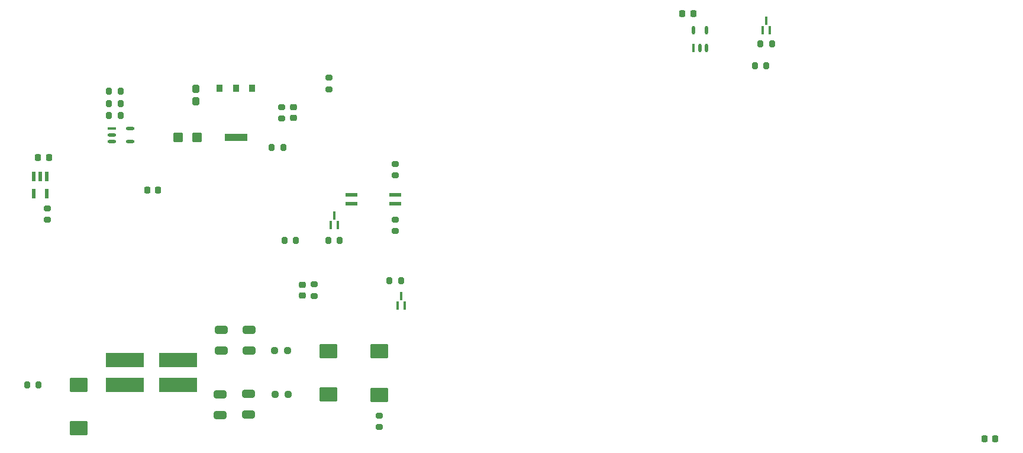
<source format=gbr>
%TF.GenerationSoftware,KiCad,Pcbnew,8.0.6*%
%TF.CreationDate,2025-03-03T14:32:59-05:00*%
%TF.ProjectId,SiPM_Bias_Board,5369504d-5f42-4696-9173-5f426f617264,rev?*%
%TF.SameCoordinates,Original*%
%TF.FileFunction,Paste,Top*%
%TF.FilePolarity,Positive*%
%FSLAX46Y46*%
G04 Gerber Fmt 4.6, Leading zero omitted, Abs format (unit mm)*
G04 Created by KiCad (PCBNEW 8.0.6) date 2025-03-03 14:32:59*
%MOMM*%
%LPD*%
G01*
G04 APERTURE LIST*
G04 Aperture macros list*
%AMRoundRect*
0 Rectangle with rounded corners*
0 $1 Rounding radius*
0 $2 $3 $4 $5 $6 $7 $8 $9 X,Y pos of 4 corners*
0 Add a 4 corners polygon primitive as box body*
4,1,4,$2,$3,$4,$5,$6,$7,$8,$9,$2,$3,0*
0 Add four circle primitives for the rounded corners*
1,1,$1+$1,$2,$3*
1,1,$1+$1,$4,$5*
1,1,$1+$1,$6,$7*
1,1,$1+$1,$8,$9*
0 Add four rect primitives between the rounded corners*
20,1,$1+$1,$2,$3,$4,$5,0*
20,1,$1+$1,$4,$5,$6,$7,0*
20,1,$1+$1,$6,$7,$8,$9,0*
20,1,$1+$1,$8,$9,$2,$3,0*%
G04 Aperture macros list end*
%ADD10RoundRect,0.200000X0.200000X0.275000X-0.200000X0.275000X-0.200000X-0.275000X0.200000X-0.275000X0*%
%ADD11RoundRect,0.225000X0.250000X-0.225000X0.250000X0.225000X-0.250000X0.225000X-0.250000X-0.225000X0*%
%ADD12RoundRect,0.225000X0.225000X0.250000X-0.225000X0.250000X-0.225000X-0.250000X0.225000X-0.250000X0*%
%ADD13RoundRect,0.225000X-0.225000X-0.250000X0.225000X-0.250000X0.225000X0.250000X-0.225000X0.250000X0*%
%ADD14RoundRect,0.200000X-0.275000X0.200000X-0.275000X-0.200000X0.275000X-0.200000X0.275000X0.200000X0*%
%ADD15RoundRect,0.200000X-0.200000X-0.275000X0.200000X-0.275000X0.200000X0.275000X-0.200000X0.275000X0*%
%ADD16RoundRect,0.250000X-1.025000X0.787500X-1.025000X-0.787500X1.025000X-0.787500X1.025000X0.787500X0*%
%ADD17RoundRect,0.200000X0.275000X-0.200000X0.275000X0.200000X-0.275000X0.200000X-0.275000X-0.200000X0*%
%ADD18RoundRect,0.250000X-0.650000X0.325000X-0.650000X-0.325000X0.650000X-0.325000X0.650000X0.325000X0*%
%ADD19RoundRect,0.250000X-0.275000X0.312500X-0.275000X-0.312500X0.275000X-0.312500X0.275000X0.312500X0*%
%ADD20R,0.889000X1.016000*%
%ADD21R,3.200000X1.000000*%
%ADD22RoundRect,0.250000X0.450000X0.425000X-0.450000X0.425000X-0.450000X-0.425000X0.450000X-0.425000X0*%
%ADD23RoundRect,0.020000X2.680000X-0.980000X2.680000X0.980000X-2.680000X0.980000X-2.680000X-0.980000X0*%
%ADD24R,5.400000X2.000000*%
%ADD25R,0.350800X1.161200*%
%ADD26RoundRect,0.250000X0.650000X-0.325000X0.650000X0.325000X-0.650000X0.325000X-0.650000X-0.325000X0*%
%ADD27RoundRect,0.237500X-0.250000X-0.237500X0.250000X-0.237500X0.250000X0.237500X-0.250000X0.237500X0*%
%ADD28R,0.457200X1.219200*%
%ADD29O,0.457200X1.219200*%
%ADD30R,1.219200X0.457200*%
%ADD31O,1.219200X0.457200*%
%ADD32RoundRect,0.225000X-0.250000X0.225000X-0.250000X-0.225000X0.250000X-0.225000X0.250000X0.225000X0*%
%ADD33R,1.651000X0.558800*%
%ADD34R,0.558800X1.473200*%
G04 APERTURE END LIST*
D10*
%TO.C,R25*%
X179355000Y-70860000D03*
X177705000Y-70860000D03*
%TD*%
D11*
%TO.C,C18*%
X112950000Y-103725000D03*
X112950000Y-102175000D03*
%TD*%
D12*
%TO.C,C10*%
X212135000Y-124195000D03*
X210585000Y-124195000D03*
%TD*%
D13*
%TO.C,C11*%
X90745000Y-88630000D03*
X92295000Y-88630000D03*
%TD*%
D14*
%TO.C,R6*%
X123990000Y-120845000D03*
X123990000Y-122495000D03*
%TD*%
D15*
%TO.C,R1*%
X110408200Y-95823200D03*
X112058200Y-95823200D03*
%TD*%
D16*
%TO.C,C1*%
X80940000Y-116437500D03*
X80940000Y-122662500D03*
%TD*%
D17*
%TO.C,R7*%
X126230000Y-94485000D03*
X126230000Y-92835000D03*
%TD*%
D12*
%TO.C,C16*%
X168900000Y-63420000D03*
X167350000Y-63420000D03*
%TD*%
D16*
%TO.C,C3*%
X123980000Y-111675000D03*
X123980000Y-117900000D03*
%TD*%
D14*
%TO.C,R3*%
X116745000Y-72570000D03*
X116745000Y-74220000D03*
%TD*%
D18*
%TO.C,CY2*%
X105270000Y-117775000D03*
X105270000Y-120725000D03*
%TD*%
D19*
%TO.C,C14*%
X97720400Y-74129350D03*
X97720400Y-75904350D03*
%TD*%
D15*
%TO.C,R5*%
X125435000Y-101570000D03*
X127085000Y-101570000D03*
%TD*%
D20*
%TO.C,U4*%
X105746800Y-74064350D03*
X103435400Y-74064350D03*
X101124000Y-74064350D03*
D21*
X103435400Y-81056850D03*
%TD*%
D15*
%TO.C,R15*%
X85285000Y-76220000D03*
X86935000Y-76220000D03*
%TD*%
D22*
%TO.C,C12*%
X97890000Y-81060000D03*
X95190000Y-81060000D03*
%TD*%
D23*
%TO.C,L1*%
X87540000Y-112940000D03*
X87540000Y-116440000D03*
X95160000Y-116440000D03*
D24*
X95160000Y-112940000D03*
%TD*%
D10*
%TO.C,R14*%
X86925000Y-77980000D03*
X85275000Y-77980000D03*
%TD*%
D17*
%TO.C,R11*%
X114610000Y-103750000D03*
X114610000Y-102100000D03*
%TD*%
D15*
%TO.C,R2*%
X116656600Y-95823200D03*
X118306600Y-95823200D03*
%TD*%
D25*
%TO.C,M2*%
X126580000Y-105110000D03*
X127579998Y-105110000D03*
X127079999Y-103760000D03*
%TD*%
%TO.C,M3*%
X178815001Y-65750000D03*
X179814999Y-65750000D03*
X179315000Y-64400000D03*
%TD*%
D26*
%TO.C,CY3*%
X101370000Y-111590000D03*
X101370000Y-108640000D03*
%TD*%
D14*
%TO.C,R16*%
X109975400Y-76731850D03*
X109975400Y-78381850D03*
%TD*%
D26*
%TO.C,CY1*%
X105350000Y-111585000D03*
X105350000Y-108635000D03*
%TD*%
D16*
%TO.C,C2*%
X116700000Y-111637500D03*
X116700000Y-117862500D03*
%TD*%
D27*
%TO.C,L2*%
X108995000Y-111590000D03*
X110820000Y-111590000D03*
%TD*%
D28*
%TO.C,U5*%
X168894999Y-68340000D03*
D29*
X169845000Y-68340000D03*
X170795001Y-68340000D03*
X170795001Y-65720000D03*
X168894999Y-65720000D03*
%TD*%
D25*
%TO.C,M1*%
X117032401Y-93617200D03*
X118032399Y-93617200D03*
X117532400Y-92267200D03*
%TD*%
D30*
%TO.C,U7*%
X85720000Y-79819999D03*
D31*
X85720000Y-80770000D03*
X85720000Y-81720001D03*
X88340000Y-81720001D03*
X88340000Y-79819999D03*
%TD*%
D10*
%TO.C,R26*%
X110235000Y-82490000D03*
X108585000Y-82490000D03*
%TD*%
D12*
%TO.C,C15*%
X76675000Y-83960000D03*
X75125000Y-83960000D03*
%TD*%
D14*
%TO.C,R17*%
X76435200Y-91235000D03*
X76435200Y-92885000D03*
%TD*%
D18*
%TO.C,CY4*%
X101210000Y-117805000D03*
X101210000Y-120755000D03*
%TD*%
D10*
%TO.C,R24*%
X180170000Y-67740000D03*
X178520000Y-67740000D03*
%TD*%
D27*
%TO.C,L3*%
X109075000Y-117850000D03*
X110900000Y-117850000D03*
%TD*%
D32*
%TO.C,C13*%
X111690400Y-76781850D03*
X111690400Y-78331850D03*
%TD*%
D33*
%TO.C,Q1*%
X119970800Y-89270000D03*
X119970800Y-90540000D03*
X126219200Y-90540000D03*
X126219200Y-89270000D03*
%TD*%
D15*
%TO.C,R10*%
X85275000Y-74510000D03*
X86925000Y-74510000D03*
%TD*%
D34*
%TO.C,U3*%
X76420001Y-86704600D03*
X75470000Y-86704600D03*
X74519999Y-86704600D03*
X74519999Y-89092200D03*
X76420001Y-89092200D03*
%TD*%
D15*
%TO.C,F1*%
X73575000Y-116470000D03*
X75225000Y-116470000D03*
%TD*%
D14*
%TO.C,R4*%
X126238000Y-84874600D03*
X126238000Y-86524600D03*
%TD*%
M02*

</source>
